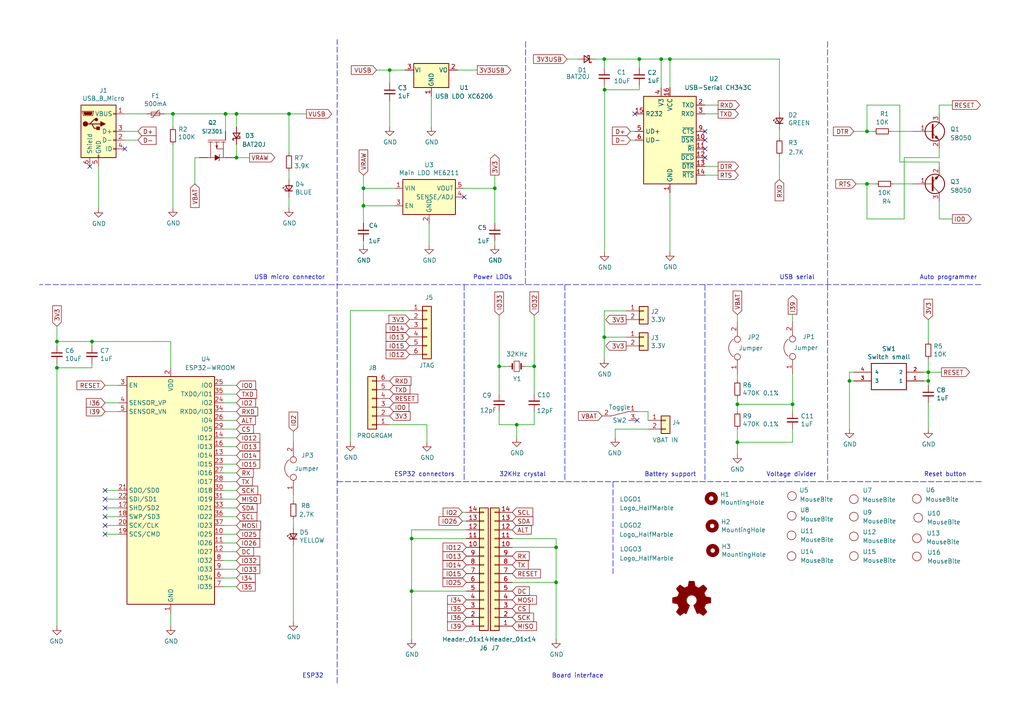
<source format=kicad_sch>
(kicad_sch (version 20230121) (generator eeschema)
  (paper "A4")
  (title_block (title "NEAToBOARD") (date "2023-02-21") (rev "L") (company "halfmarble"))
  (junction (at 143.51 54.61) (diameter 0.9144))
  (junction (at 113.03 20.32) (diameter 0.9144))
  (junction (at 194.31 17.145))
  (junction (at 191.77 17.145) (diameter 0.9144))
  (junction (at 161.29 158.75))
  (junction (at 185.42 17.145) (diameter 0.9144))
  (junction (at 175.26 17.145) (diameter 0.9144))
  (junction (at 213.87 128.27))
  (junction (at 119.38 156.21))
  (junction (at 68.58 45.72) (diameter 0.9144))
  (junction (at 269.24 107.95) (diameter 0.9144))
  (junction (at 68.58 33.02) (diameter 0.9144))
  (junction (at 119.38 171.45))
  (junction (at 175.3364 26.035))
  (junction (at 161.29 168.91) (diameter 0.9144))
  (junction (at 175.26 97.79) (diameter 0.9144))
  (junction (at 154.94 106.26) (diameter 0.9144))
  (junction (at 50.165 33.02) (diameter 0.9144))
  (junction (at 16.51 99.06) (diameter 0.9144))
  (junction (at 213.87 117.2577))
  (junction (at 251.46 53.34) (diameter 0.9144))
  (junction (at 83.82 33.02))
  (junction (at 105.41 59.69) (diameter 0.9144))
  (junction (at 149.86 123.19) (diameter 0.9144))
  (junction (at 144.78 106.26) (diameter 0.9144))
  (junction (at 105.41 54.61) (diameter 0.9144))
  (junction (at 246.38 110.49) (diameter 0.9144))
  (junction (at 269.24 110.49) (diameter 0.9144))
  (junction (at 229.87 117.2577))
  (junction (at 251.46 38.1) (diameter 0.9144))
  (junction (at 65.405 33.02) (diameter 0.9144))
  (junction (at 16.51 106.68) (diameter 0.9144))
  (junction (at 26.67 99.06) (diameter 0.9144))
  (no_connect (at 36.195 43.18))
  (no_connect (at 204.47 45.72))
  (no_connect (at 30.48 147.32))
  (no_connect (at 30.48 144.78))
  (no_connect (at 30.48 142.24))
  (no_connect (at 30.48 154.94))
  (no_connect (at 30.48 149.86))
  (no_connect (at 30.48 152.4))
  (no_connect (at 184.785 121.92))
  (no_connect (at 204.47 43.18))
  (no_connect (at 184.15 33.02))
  (no_connect (at 204.47 38.1))
  (no_connect (at 26.035 48.26))
  (no_connect (at 204.47 40.64))
  (no_connect (at 134.62 57.15))
  (wire (pts (xy 64.77 152.4) (xy 68.58 152.4)))
  (wire (pts (xy 68.58 45.72) (xy 72.39 45.72)))
  (wire (pts (xy 85.09 150.495) (xy 85.09 153.035)))
  (wire (pts (xy 229.87 117.2577) (xy 229.87 119.3177)))
  (wire (pts (xy 68.58 45.72) (xy 67.945 45.72)))
  (wire (pts (xy 135.255 156.21) (xy 119.38 156.21)))
  (polyline (pts (xy 240.03 12.065) (xy 240.03 82.55)) (stroke (width 0) (type dash)))
  (polyline (pts (xy 152.4409 12.065) (xy 152.4 82.55)) (stroke (width 0) (type dash)))
  (wire (pts (xy 64.77 132.08) (xy 68.58 132.08)))
  (wire (pts (xy 65.405 38.1) (xy 65.405 33.02)))
  (polyline (pts (xy 163.83 82.55) (xy 163.83 139.7)) (stroke (width 0) (type dash)))
  (wire (pts (xy 50.165 60.325) (xy 50.165 41.91)))
  (wire (pts (xy 194.31 17.145) (xy 226.0669 17.145)))
  (wire (pts (xy 68.58 116.84) (xy 64.77 116.84)))
  (wire (pts (xy 16.51 106.68) (xy 16.51 181.61)))
  (wire (pts (xy 40.005 38.1) (xy 36.195 38.1)))
  (wire (pts (xy 182.88 38.1) (xy 184.15 38.1)))
  (wire (pts (xy 213.87 124.3977) (xy 213.87 128.27)))
  (wire (pts (xy 226.0669 37.5795) (xy 226.0669 40.1195)))
  (wire (pts (xy 65.405 33.02) (xy 50.165 33.02)))
  (wire (pts (xy 272.415 58.42) (xy 272.415 63.5)))
  (wire (pts (xy 28.575 48.26) (xy 28.575 60.4708)))
  (wire (pts (xy 16.51 106.68) (xy 16.51 105.41)))
  (wire (pts (xy 194.31 25.4) (xy 194.31 17.145)))
  (wire (pts (xy 185.42 17.145) (xy 191.77 17.145)))
  (wire (pts (xy 194.31 17.145) (xy 191.77 17.145)))
  (wire (pts (xy 175.26 17.145) (xy 185.42 17.145)))
  (wire (pts (xy 36.195 33.02) (xy 42.545 33.02)))
  (wire (pts (xy 26.67 99.06) (xy 49.53 99.06)))
  (wire (pts (xy 113.03 29.21) (xy 113.03 36.83)))
  (wire (pts (xy 272.415 30.48) (xy 272.415 33.02)))
  (wire (pts (xy 260.985 30.48) (xy 260.985 46.99)))
  (wire (pts (xy 68.58 144.78) (xy 64.77 144.78)))
  (wire (pts (xy 213.87 128.27) (xy 213.87 131.7577)))
  (wire (pts (xy 251.46 38.1) (xy 251.46 30.48)))
  (wire (pts (xy 64.77 111.76) (xy 68.58 111.76)))
  (wire (pts (xy 64.77 137.16) (xy 68.58 137.16)))
  (wire (pts (xy 30.48 154.94) (xy 34.29 154.94)))
  (wire (pts (xy 68.58 160.02) (xy 64.77 160.02)))
  (wire (pts (xy 182.88 40.64) (xy 184.15 40.64)))
  (wire (pts (xy 143.51 69.85) (xy 143.51 71.12)))
  (wire (pts (xy 161.29 158.75) (xy 161.29 168.91)))
  (wire (pts (xy 148.59 158.75) (xy 161.29 158.75)))
  (wire (pts (xy 251.46 38.1) (xy 253.365 38.1)))
  (wire (pts (xy 194.31 55.88) (xy 194.31 73.025)))
  (wire (pts (xy 246.38 107.95) (xy 246.38 110.49)))
  (wire (pts (xy 68.58 154.94) (xy 64.77 154.94)))
  (wire (pts (xy 175.26 90.17) (xy 175.26 97.79)))
  (wire (pts (xy 175.3364 26.035) (xy 175.26 26.035)))
  (polyline (pts (xy 240.03 82.55) (xy 240.03 139.7)) (stroke (width 0) (type dash)))
  (wire (pts (xy 30.48 149.86) (xy 34.29 149.86)))
  (wire (pts (xy 208.28 33.02) (xy 204.47 33.02)))
  (wire (pts (xy 144.78 91.44) (xy 144.78 106.26)))
  (wire (pts (xy 226.0669 45.1995) (xy 226.0669 48.3174)))
  (wire (pts (xy 64.77 147.32) (xy 68.58 147.32)))
  (wire (pts (xy 185.42 26.035) (xy 175.3364 26.035)))
  (wire (pts (xy 269.24 107.95) (xy 267.97 107.95)))
  (wire (pts (xy 68.58 36.83) (xy 68.58 33.02)))
  (wire (pts (xy 68.58 41.91) (xy 68.58 45.72)))
  (wire (pts (xy 269.24 116.84) (xy 269.24 124.46)))
  (wire (pts (xy 134.0903 148.59) (xy 134.0903 148.6023)))
  (wire (pts (xy 147.32 106.26) (xy 144.78 106.26)))
  (wire (pts (xy 85.09 125.095) (xy 85.09 128.27)))
  (wire (pts (xy 269.24 110.49) (xy 269.24 111.76)))
  (wire (pts (xy 64.77 114.3) (xy 68.58 114.3)))
  (wire (pts (xy 105.41 54.61) (xy 114.3 54.61)))
  (wire (pts (xy 247.65 107.95) (xy 246.38 107.95)))
  (wire (pts (xy 181.61 90.17) (xy 175.26 90.17)))
  (wire (pts (xy 135.255 151.13) (xy 134.095 151.13)))
  (wire (pts (xy 50.165 36.83) (xy 50.165 33.02)))
  (wire (pts (xy 229.87 128.27) (xy 213.87 128.27)))
  (wire (pts (xy 143.51 50.8) (xy 143.51 54.61)))
  (wire (pts (xy 269.24 104.14) (xy 269.24 107.95)))
  (wire (pts (xy 161.29 168.91) (xy 161.29 185.42)))
  (wire (pts (xy 49.53 99.06) (xy 49.53 106.68)))
  (wire (pts (xy 64.77 142.24) (xy 68.58 142.24)))
  (wire (pts (xy 64.77 127) (xy 68.58 127)))
  (wire (pts (xy 34.29 116.84) (xy 30.48 116.84)))
  (wire (pts (xy 68.58 119.38) (xy 64.77 119.38)))
  (wire (pts (xy 64.77 157.48) (xy 68.58 157.48)))
  (wire (pts (xy 178.435 124.46) (xy 187.96 124.46)))
  (wire (pts (xy 83.82 33.02) (xy 88.9 33.02)))
  (wire (pts (xy 83.82 57.15) (xy 83.82 60.325)))
  (wire (pts (xy 124.46 64.77) (xy 124.46 71.12)))
  (wire (pts (xy 260.985 30.48) (xy 251.46 30.48)))
  (wire (pts (xy 68.58 149.86) (xy 64.77 149.86)))
  (wire (pts (xy 154.94 119.38) (xy 154.94 123.19)))
  (wire (pts (xy 175.3364 26.035) (xy 175.3364 73.1414)))
  (wire (pts (xy 57.785 45.72) (xy 56.515 45.72)))
  (wire (pts (xy 119.38 153.67) (xy 119.38 156.21)))
  (wire (pts (xy 135.255 148.59) (xy 134.0903 148.59)))
  (wire (pts (xy 262.255 45.72) (xy 272.415 45.72)))
  (wire (pts (xy 247.65 110.49) (xy 246.38 110.49)))
  (wire (pts (xy 134.62 54.61) (xy 143.51 54.61)))
  (wire (pts (xy 213.87 91.2577) (xy 213.87 93.3377)))
  (wire (pts (xy 101.6 90.1077) (xy 101.6 128.27)))
  (wire (pts (xy 118.745 90.1077) (xy 101.6 90.1077)))
  (wire (pts (xy 68.58 134.62) (xy 64.77 134.62)))
  (wire (pts (xy 208.28 50.8) (xy 204.47 50.8)))
  (wire (pts (xy 264.795 38.1) (xy 258.445 38.1)))
  (wire (pts (xy 260.985 46.99) (xy 272.415 46.99)))
  (wire (pts (xy 85.09 158.115) (xy 85.09 180.34)))
  (polyline (pts (xy 204.47 82.55) (xy 204.47 139.7)) (stroke (width 0) (type dash)))
  (wire (pts (xy 119.38 171.45) (xy 119.38 185.42)))
  (wire (pts (xy 26.67 106.68) (xy 16.51 106.68)))
  (wire (pts (xy 34.29 147.32) (xy 30.48 147.32)))
  (polyline (pts (xy 97.79 139.7) (xy 285.115 139.7)) (stroke (width 0) (type dash)))
  (polyline (pts (xy 134.62 82.55) (xy 134.62 139.7)) (stroke (width 0) (type dash)))
  (wire (pts (xy 26.67 105.41) (xy 26.67 106.68)))
  (wire (pts (xy 172.72 17.145) (xy 175.26 17.145)))
  (wire (pts (xy 132.715 20.32) (xy 138.43 20.32)))
  (wire (pts (xy 113.03 20.32) (xy 117.475 20.32)))
  (wire (pts (xy 109.22 20.32) (xy 113.03 20.32)))
  (wire (pts (xy 187.96 121.92) (xy 187.96 119.38)))
  (wire (pts (xy 187.96 119.38) (xy 184.785 119.38)))
  (wire (pts (xy 269.24 107.95) (xy 269.24 110.49)))
  (wire (pts (xy 178.435 124.46) (xy 178.435 127)))
  (wire (pts (xy 148.59 156.21) (xy 161.29 156.21)))
  (wire (pts (xy 161.29 156.21) (xy 161.29 158.75)))
  (wire (pts (xy 272.415 63.5) (xy 276.225 63.5)))
  (wire (pts (xy 34.29 152.4) (xy 30.48 152.4)))
  (wire (pts (xy 64.77 162.56) (xy 68.58 162.56)))
  (wire (pts (xy 229.87 108.4777) (xy 229.87 117.2577)))
  (wire (pts (xy 267.97 110.49) (xy 269.24 110.49)))
  (wire (pts (xy 181.61 97.79) (xy 175.26 97.79)))
  (wire (pts (xy 185.42 24.765) (xy 185.42 26.035)))
  (wire (pts (xy 272.415 45.72) (xy 272.415 43.18)))
  (wire (pts (xy 30.48 111.76) (xy 34.29 111.76)))
  (wire (pts (xy 226.0669 17.145) (xy 226.0669 32.4995)))
  (wire (pts (xy 134.095 151.13) (xy 134.095 151.12)))
  (wire (pts (xy 149.86 127) (xy 149.86 123.19)))
  (wire (pts (xy 123.825 123.19) (xy 113.03 123.19)))
  (wire (pts (xy 152.4 106.26) (xy 154.94 106.26)))
  (wire (pts (xy 143.51 64.77) (xy 143.51 54.61)))
  (wire (pts (xy 229.87 124.3977) (xy 229.87 128.27)))
  (polyline (pts (xy 177.8 139.7) (xy 177.8 166.37)) (stroke (width 0) (type dash)))
  (wire (pts (xy 68.58 170.18) (xy 64.77 170.18)))
  (wire (pts (xy 149.86 123.19) (xy 144.78 123.19)))
  (wire (pts (xy 68.58 33.02) (xy 83.82 33.02)))
  (wire (pts (xy 185.42 17.145) (xy 185.42 19.685)))
  (wire (pts (xy 119.38 171.45) (xy 135.255 171.45)))
  (wire (pts (xy 105.41 59.69) (xy 114.3 59.69)))
  (wire (pts (xy 144.78 119.38) (xy 144.78 123.19)))
  (wire (pts (xy 36.195 40.64) (xy 40.005 40.64)))
  (wire (pts (xy 164.465 17.145) (xy 167.64 17.145)))
  (wire (pts (xy 16.51 94.615) (xy 16.51 99.06)))
  (wire (pts (xy 144.78 106.26) (xy 144.78 114.3)))
  (wire (pts (xy 248.285 53.34) (xy 251.46 53.34)))
  (wire (pts (xy 56.515 45.72) (xy 56.515 53.34)))
  (wire (pts (xy 119.38 153.67) (xy 135.255 153.67)))
  (wire (pts (xy 148.59 168.91) (xy 161.29 168.91)))
  (wire (pts (xy 154.94 123.19) (xy 149.86 123.19)))
  (wire (pts (xy 213.87 108.5777) (xy 213.87 110.3177)))
  (wire (pts (xy 175.26 97.79) (xy 175.26 104.14)))
  (wire (pts (xy 105.41 54.61) (xy 105.41 59.69)))
  (wire (pts (xy 105.41 59.69) (xy 105.41 64.77)))
  (wire (pts (xy 85.09 143.51) (xy 85.09 145.415)))
  (wire (pts (xy 68.58 124.46) (xy 64.77 124.46)))
  (wire (pts (xy 68.58 139.7) (xy 64.77 139.7)))
  (wire (pts (xy 30.48 144.78) (xy 34.29 144.78)))
  (wire (pts (xy 154.94 106.26) (xy 154.94 114.3)))
  (wire (pts (xy 64.77 165.1) (xy 68.58 165.1)))
  (wire (pts (xy 105.41 50.8) (xy 105.41 54.61)))
  (wire (pts (xy 259.08 53.34) (xy 264.795 53.34)))
  (wire (pts (xy 213.87 117.2577) (xy 213.87 119.3177)))
  (wire (pts (xy 229.87 91.1577) (xy 229.87 93.2377)))
  (wire (pts (xy 47.625 33.02) (xy 50.165 33.02)))
  (wire (pts (xy 269.24 92.71) (xy 269.24 99.06)))
  (wire (pts (xy 213.87 115.3977) (xy 213.87 117.2577)))
  (wire (pts (xy 251.46 53.34) (xy 251.46 63.5)))
  (wire (pts (xy 64.77 121.92) (xy 68.58 121.92)))
  (wire (pts (xy 83.82 49.53) (xy 83.82 52.07)))
  (wire (pts (xy 154.94 91.44) (xy 154.94 106.26)))
  (wire (pts (xy 247.65 38.1) (xy 251.46 38.1)))
  (wire (pts (xy 125.095 27.94) (xy 125.095 36.83)))
  (wire (pts (xy 276.225 30.48) (xy 272.415 30.48)))
  (wire (pts (xy 119.38 156.21) (xy 119.38 171.45)))
  (wire (pts (xy 226.0669 48.3174) (xy 226.06 52.07)))
  (wire (pts (xy 273.05 107.95) (xy 269.24 107.95)))
  (wire (pts (xy 105.41 71.12) (xy 105.41 69.85)))
  (wire (pts (xy 26.67 99.06) (xy 16.51 99.06)))
  (wire (pts (xy 16.51 99.06) (xy 16.51 100.33)))
  (wire (pts (xy 262.255 63.5) (xy 251.46 63.5)))
  (wire (pts (xy 83.82 33.02) (xy 83.82 44.45)))
  (wire (pts (xy 113.03 20.32) (xy 113.03 24.13)))
  (wire (pts (xy 213.87 117.2577) (xy 229.87 117.2577)))
  (wire (pts (xy 251.46 53.34) (xy 254 53.34)))
  (wire (pts (xy 208.28 30.48) (xy 204.47 30.48)))
  (wire (pts (xy 30.48 119.38) (xy 34.29 119.38)))
  (wire (pts (xy 26.67 99.06) (xy 26.67 100.33)))
  (wire (pts (xy 34.29 142.24) (xy 30.48 142.24)))
  (wire (pts (xy 262.255 45.72) (xy 262.255 63.5)))
  (wire (pts (xy 272.415 46.99) (xy 272.415 48.26)))
  (polyline (pts (xy 284.48 82.55) (xy 11.43 82.55)) (stroke (width 0.1524) (type dash)))
  (wire (pts (xy 246.38 110.49) (xy 246.38 124.46)))
  (wire (pts (xy 175.26 17.145) (xy 175.26 19.685)))
  (wire (pts (xy 175.26 24.765) (xy 175.26 26.035)))
  (wire (pts (xy 49.53 177.8) (xy 49.53 181.61)))
  (wire (pts (xy 64.77 167.64) (xy 68.58 167.64)))
  (wire (pts (xy 68.58 33.02) (xy 65.405 33.02)))
  (wire (pts (xy 204.47 48.26) (xy 208.28 48.26)))
  (wire (pts (xy 123.825 128.3323) (xy 123.825 123.19)))
  (polyline (pts (xy 97.79 198.12) (xy 97.79 11.43)) (stroke (width 0) (type dash)))
  (wire (pts (xy 68.58 129.54) (xy 64.77 129.54)))
  (wire (pts (xy 191.77 17.145) (xy 191.77 25.4)))
  (text "Voltage divider" (at 222.25 138.43 0) (effects (font (size 1.27 1.27)) (justify left bottom)))
  (text "Board interface" (at 160.02 196.85 0) (effects (font (size 1.27 1.27)) (justify left bottom)))
  (text "Battery support" (at 201.93 138.43 0) (effects (font (size 1.27 1.27)) (justify right bottom)))
  (text "Reset button" (at 267.97 138.43 0) (effects (font (size 1.27 1.27)) (justify left bottom)))
  (text "32KHz crystal" (at 144.78 138.43 0) (effects (font (size 1.27 1.27)) (justify left bottom)))
  (text "ESP32" (at 87.63 196.85 0) (effects (font (size 1.27 1.27)) (justify left bottom)))
  (text "Auto programmer" (at 266.7 81.28 0) (effects (font (size 1.27 1.27)) (justify left bottom)))
  (text "Power LDOs" (at 137.16 81.28 0) (effects (font (size 1.27 1.27)) (justify left bottom)))
  (text "USB serial" (at 226.06 81.28 0) (effects (font (size 1.27 1.27)) (justify left bottom)))
  (text "ESP32 connectors" (at 114.3 138.43 0) (effects (font (size 1.27 1.27)) (justify left bottom)))
  (text "USB micro connector" (at 73.66 81.28 0) (effects (font (size 1.27 1.27)) (justify left bottom)))
  (global_label "IO13" (shape input) (at 118.745 97.7277 180) (property "Intersheetrefs" "${INTERSHEET_REFS}" (effects hide)))
  (global_label "DTR" (shape output) (at 208.28 48.26 0) (property "Intersheetrefs" "${INTERSHEET_REFS}" (effects hide)))
  (global_label "I39" (shape input) (at 30.48 119.38 180) (property "Intersheetrefs" "${INTERSHEET_REFS}" (effects hide)))
  (global_label "CS" (shape input) (at 148.59 176.53 0) (property "Intersheetrefs" "${INTERSHEET_REFS}" (effects hide)))
  (global_label "VRAW" (shape input) (at 105.41 50.8 90) (property "Intersheetrefs" "${INTERSHEET_REFS}" (effects hide)))
  (global_label "RX" (shape input) (at 148.59 161.29 0) (property "Intersheetrefs" "${INTERSHEET_REFS}" (effects hide)))
  (global_label "TXD" (shape input) (at 113.03 113.03 0) (property "Intersheetrefs" "${INTERSHEET_REFS}" (effects hide)))
  (global_label "IO14" (shape input) (at 135.255 163.83 180) (property "Intersheetrefs" "${INTERSHEET_REFS}" (effects hide)))
  (global_label "IO0" (shape input) (at 68.58 111.76 0) (property "Intersheetrefs" "${INTERSHEET_REFS}" (effects hide)))
  (global_label "IO14" (shape input) (at 68.58 132.08 0) (property "Intersheetrefs" "${INTERSHEET_REFS}" (effects hide)))
  (global_label "IO25" (shape input) (at 68.58 154.94 0) (property "Intersheetrefs" "${INTERSHEET_REFS}" (effects hide)))
  (global_label "DTR" (shape input) (at 247.65 38.1 180) (property "Intersheetrefs" "${INTERSHEET_REFS}" (effects hide)))
  (global_label "RTS" (shape output) (at 208.28 50.8 0) (property "Intersheetrefs" "${INTERSHEET_REFS}" (effects hide)))
  (global_label "SCL" (shape input) (at 68.58 149.86 0) (property "Intersheetrefs" "${INTERSHEET_REFS}" (effects hide)))
  (global_label "TX" (shape input) (at 68.58 139.7 0) (property "Intersheetrefs" "${INTERSHEET_REFS}" (effects hide)))
  (global_label "DC" (shape input) (at 148.59 171.45 0) (property "Intersheetrefs" "${INTERSHEET_REFS}" (effects hide)))
  (global_label "3V3" (shape output) (at 181.61 92.71 180) (property "Intersheetrefs" "${INTERSHEET_REFS}" (effects hide)))
  (global_label "3V3" (shape output) (at 143.51 50.8 90) (property "Intersheetrefs" "${INTERSHEET_REFS}" (effects hide)))
  (global_label "RESET" (shape input) (at 113.03 115.57 0) (property "Intersheetrefs" "${INTERSHEET_REFS}" (effects hide)))
  (global_label "RESET" (shape output) (at 276.225 30.48 0) (property "Intersheetrefs" "${INTERSHEET_REFS}" (effects hide)))
  (global_label "MISO" (shape input) (at 68.58 144.78 0) (property "Intersheetrefs" "${INTERSHEET_REFS}" (effects hide)))
  (global_label "MOSI" (shape input) (at 148.59 173.99 0) (property "Intersheetrefs" "${INTERSHEET_REFS}" (effects hide)))
  (global_label "VUSB" (shape input) (at 109.22 20.32 180) (property "Intersheetrefs" "${INTERSHEET_REFS}" (effects hide)))
  (global_label "I34" (shape input) (at 68.58 167.64 0) (property "Intersheetrefs" "${INTERSHEET_REFS}" (effects hide)))
  (global_label "IO2" (shape input) (at 134.0903 148.6023 180) (property "Intersheetrefs" "${INTERSHEET_REFS}" (effects hide)))
  (global_label "I35" (shape input) (at 135.255 176.53 180) (property "Intersheetrefs" "${INTERSHEET_REFS}" (effects hide)))
  (global_label "IO15" (shape input) (at 135.255 166.37 180) (property "Intersheetrefs" "${INTERSHEET_REFS}" (effects hide)))
  (global_label "3V3USB" (shape input) (at 164.465 17.145 180) (property "Intersheetrefs" "${INTERSHEET_REFS}" (effects hide)))
  (global_label "RXD" (shape input) (at 68.58 119.38 0) (property "Intersheetrefs" "${INTERSHEET_REFS}" (effects hide)))
  (global_label "RTS" (shape input) (at 248.285 53.34 180) (property "Intersheetrefs" "${INTERSHEET_REFS}" (effects hide)))
  (global_label "D+" (shape input) (at 182.88 38.1 180) (property "Intersheetrefs" "${INTERSHEET_REFS}" (effects hide)))
  (global_label "IO32" (shape input) (at 68.58 162.56 0) (property "Intersheetrefs" "${INTERSHEET_REFS}" (effects hide)))
  (global_label "TX" (shape input) (at 148.59 163.83 0) (property "Intersheetrefs" "${INTERSHEET_REFS}" (effects hide)))
  (global_label "MOSI" (shape input) (at 68.58 152.4 0) (property "Intersheetrefs" "${INTERSHEET_REFS}" (effects hide)))
  (global_label "IO14" (shape input) (at 118.745 95.1877 180) (property "Intersheetrefs" "${INTERSHEET_REFS}" (effects hide)))
  (global_label "I36" (shape input) (at 30.48 116.84 180) (property "Intersheetrefs" "${INTERSHEET_REFS}" (effects hide)))
  (global_label "I35" (shape input) (at 68.58 170.18 0) (property "Intersheetrefs" "${INTERSHEET_REFS}" (effects hide)))
  (global_label "TXD" (shape input) (at 68.58 114.3 0) (property "Intersheetrefs" "${INTERSHEET_REFS}" (effects hide)))
  (global_label "3V3" (shape input) (at 113.03 120.65 0) (property "Intersheetrefs" "${INTERSHEET_REFS}" (effects hide)))
  (global_label "3V3" (shape input) (at 118.745 92.6477 180) (property "Intersheetrefs" "${INTERSHEET_REFS}" (effects hide)))
  (global_label "VBAT" (shape input) (at 56.515 53.34 270) (property "Intersheetrefs" "${INTERSHEET_REFS}" (effects hide)))
  (global_label "SDA" (shape input) (at 68.58 147.32 0) (property "Intersheetrefs" "${INTERSHEET_REFS}" (effects hide)))
  (global_label "3V3" (shape input) (at 269.24 92.71 90) (property "Intersheetrefs" "${INTERSHEET_REFS}" (effects hide)))
  (global_label "DC" (shape input) (at 68.58 160.02 0) (property "Intersheetrefs" "${INTERSHEET_REFS}" (effects hide)))
  (global_label "VBAT" (shape input) (at 174.625 120.65 180) (property "Intersheetrefs" "${INTERSHEET_REFS}" (effects hide)))
  (global_label "SCK" (shape input) (at 148.59 179.07 0) (property "Intersheetrefs" "${INTERSHEET_REFS}" (effects hide)))
  (global_label "RESET" (shape output) (at 273.05 107.95 0) (property "Intersheetrefs" "${INTERSHEET_REFS}" (effects hide)))
  (global_label "IO13" (shape input) (at 135.255 161.29 180) (property "Intersheetrefs" "${INTERSHEET_REFS}" (effects hide)))
  (global_label "IO0" (shape output) (at 276.225 63.5 0) (property "Intersheetrefs" "${INTERSHEET_REFS}" (effects hide)))
  (global_label "SCL" (shape input) (at 148.59 148.59 0) (property "Intersheetrefs" "${INTERSHEET_REFS}" (effects hide)))
  (global_label "IO12" (shape input) (at 118.745 102.8077 180) (property "Intersheetrefs" "${INTERSHEET_REFS}" (effects hide)))
  (global_label "D-" (shape input) (at 182.88 40.64 180) (property "Intersheetrefs" "${INTERSHEET_REFS}" (effects hide)))
  (global_label "IO12" (shape input) (at 68.58 127 0) (property "Intersheetrefs" "${INTERSHEET_REFS}" (effects hide)))
  (global_label "I39" (shape output) (at 229.87 91.1577 90) (property "Intersheetrefs" "${INTERSHEET_REFS}" (effects hide)))
  (global_label "CS" (shape input) (at 68.58 124.46 0) (property "Intersheetrefs" "${INTERSHEET_REFS}" (effects hide)))
  (global_label "IO32" (shape input) (at 154.94 91.44 90) (property "Intersheetrefs" "${INTERSHEET_REFS}" (effects hide)))
  (global_label "IO26" (shape input) (at 134.095 151.12 180) (property "Intersheetrefs" "${INTERSHEET_REFS}" (effects hide)))
  (global_label "I36" (shape input) (at 135.255 179.07 180) (property "Intersheetrefs" "${INTERSHEET_REFS}" (effects hide)))
  (global_label "D-" (shape input) (at 40.005 40.64 0) (property "Intersheetrefs" "${INTERSHEET_REFS}" (effects hide)))
  (global_label "RESET" (shape input) (at 148.59 166.37 0) (property "Intersheetrefs" "${INTERSHEET_REFS}" (effects hide)))
  (global_label "ALT" (shape input) (at 68.58 121.92 0) (property "Intersheetrefs" "${INTERSHEET_REFS}" (effects hide)))
  (global_label "RESET" (shape input) (at 30.48 111.76 180) (property "Intersheetrefs" "${INTERSHEET_REFS}" (effects hide)))
  (global_label "RX" (shape input) (at 68.58 137.16 0) (property "Intersheetrefs" "${INTERSHEET_REFS}" (effects hide)))
  (global_label "IO25" (shape input) (at 135.255 168.91 180) (property "Intersheetrefs" "${INTERSHEET_REFS}" (effects hide)))
  (global_label "IO12" (shape input) (at 135.255 158.75 180) (property "Intersheetrefs" "${INTERSHEET_REFS}" (effects hide)))
  (global_label "D+" (shape input) (at 40.005 38.1 0) (property "Intersheetrefs" "${INTERSHEET_REFS}" (effects hide)))
  (global_label "TXD" (shape output) (at 208.28 33.02 0) (property "Intersheetrefs" "${INTERSHEET_REFS}" (effects hide)))
  (global_label "3V3" (shape output) (at 181.61 100.33 180) (property "Intersheetrefs" "${INTERSHEET_REFS}" (effects hide)))
  (global_label "IO33" (shape input) (at 68.58 165.1 0) (property "Intersheetrefs" "${INTERSHEET_REFS}" (effects hide)))
  (global_label "IO2" (shape input) (at 68.58 116.84 0) (property "Intersheetrefs" "${INTERSHEET_REFS}" (effects hide)))
  (global_label "IO2" (shape input) (at 85.09 125.095 90) (property "Intersheetrefs" "${INTERSHEET_REFS}" (effects hide)))
  (global_label "VUSB" (shape output) (at 88.9 33.02 0) (property "Intersheetrefs" "${INTERSHEET_REFS}" (effects hide)))
  (global_label "MISO" (shape input) (at 148.59 181.61 0) (property "Intersheetrefs" "${INTERSHEET_REFS}" (effects hide)))
  (global_label "IO26" (shape input) (at 68.58 157.48 0) (property "Intersheetrefs" "${INTERSHEET_REFS}" (effects hide)))
  (global_label "VRAW" (shape output) (at 72.39 45.72 0) (property "Intersheetrefs" "${INTERSHEET_REFS}" (effects hide)))
  (global_label "3V3" (shape input) (at 16.51 94.615 90) (property "Intersheetrefs" "${INTERSHEET_REFS}" (effects hide)))
  (global_label "I39" (shape input) (at 135.255 181.61 180) (property "Intersheetrefs" "${INTERSHEET_REFS}" (effects hide)))
  (global_label "IO15" (shape input) (at 68.58 134.62 0) (property "Intersheetrefs" "${INTERSHEET_REFS}" (effects hide)))
  (global_label "VBAT" (shape input) (at 213.87 91.2577 90) (property "Intersheetrefs" "${INTERSHEET_REFS}" (effects hide)))
  (global_label "SDA" (shape input) (at 148.59 151.13 0) (property "Intersheetrefs" "${INTERSHEET_REFS}" (effects hide)))
  (global_label "IO33" (shape input) (at 144.78 91.44 90) (property "Intersheetrefs" "${INTERSHEET_REFS}" (effects hide)))
  (global_label "ALT" (shape input) (at 148.59 153.67 0) (property "Intersheetrefs" "${INTERSHEET_REFS}" (effects hide)))
  (global_label "IO15" (shape input) (at 118.745 100.2677 180) (property "Intersheetrefs" "${INTERSHEET_REFS}" (effects hide)))
  (global_label "I34" (shape input) (at 135.255 173.99 180) (property "Intersheetrefs" "${INTERSHEET_REFS}" (effects hide)))
  (global_label "IO13" (shape input) (at 68.58 129.54 0) (property "Intersheetrefs" "${INTERSHEET_REFS}" (effects hide)))
  (global_label "IO0" (shape input) (at 113.03 118.11 0) (property "Intersheetrefs" "${INTERSHEET_REFS}" (effects hide)))
  (global_label "SCK" (shape input) (at 68.58 142.24 0) (property "Intersheetrefs" "${INTERSHEET_REFS}" (effects hide)))
  (global_label "RXD" (shape input) (at 113.03 110.49 0) (property "Intersheetrefs" "${INTERSHEET_REFS}" (effects hide)))
  (global_label "RXD" (shape input) (at 226.06 52.07 270) (property "Intersheetrefs" "${INTERSHEET_REFS}" (effects hide)))
  (global_label "RXD" (shape output) (at 208.28 30.48 0) (property "Intersheetrefs" "${INTERSHEET_REFS}" (effects hide)))
  (global_label "3V3USB" (shape output) (at 138.43 20.32 0) (property "Intersheetrefs" "${INTERSHEET_REFS}" (effects hide)))
  (symbol (lib_id "RF_Module:ESP32-WROOM-32D") (at 49.53 142.24 0) (unit 1)
    (property "Reference" "U4" (at 59.69 104.14 0))
    (property "Value" "ESP32-WROOM" (at 60.96 106.68 0))
    (property "Footprint" "HalfMarble:ESP32-WROOM-32" (effects hide))
    (property "LCSC" "C701343" (effects hide))
    (property "MANUFACTURER_NAME" "Espressif Systems" (effects hide))
    (property "MANUFACTURER_PART_NUMBER" "ESP32-WROOM-32E-N16" (effects hide))
  )
  (symbol (lib_id "power:GND") (at 49.53 181.61 0) (unit 1)
    (property "Reference" "#PWR019" (effects hide))
    (property "Value" "GND" (at 49.657 186.0042 0))
  )
  (symbol (lib_id "Device:C_Small") (at 185.42 22.225 0) (unit 1)
    (property "Reference" "C2" (at 187.7568 21.0566 0) (effects (justify left)))
    (property "Value" "1uF" (at 187.7568 23.368 0) (effects (justify left)))
    (property "Footprint" "HalfMarble:C_0805_2012Metric_Pad1.18x1.45mm_HandSolder" (effects hide))
    (property "LCSC" "C24123" (effects hide))
    (property "MANUFACTURER_NAME" "Samsung Electro-Mechanics" (effects hide))
    (property "MANUFACTURER_PART_NUMBER" "CL21B105KOFNNNE" (effects hide))
  )
  (symbol (lib_id "Device:C_Small") (at 175.26 22.225 0) (unit 1)
    (property "Reference" "C1" (at 181.61 20.955 0) (effects (justify right)))
    (property "Value" "10uF" (at 182.88 23.495 0) (effects (justify right)))
    (property "Footprint" "HalfMarble:C_0805_2012Metric_Pad1.18x1.45mm_HandSolder" (effects hide))
    (property "LCSC" "C17024" (effects hide))
    (property "MANUFACTURER_NAME" "Samsung Electro-Mechanics" (effects hide))
    (property "MANUFACTURER_PART_NUMBER" "CL21A106KPFNNNE" (effects hide))
  )
  (symbol (lib_id "power:GND") (at 175.3364 73.1414 0) (unit 1)
    (property "Reference" "#PWR06" (effects hide))
    (property "Value" "GND" (at 175.4634 77.5356 0))
  )
  (symbol (lib_id "power:GND") (at 194.31 73.025 0) (unit 1)
    (property "Reference" "#PWR05" (effects hide))
    (property "Value" "GND" (at 194.437 77.4192 0))
  )
  (symbol (lib_id "Device:C_Small") (at 154.94 116.84 180) (unit 1)
    (property "Reference" "C10" (at 157.7112 114.5592 0))
    (property "Value" "12pF" (at 158.0693 119.1078 0))
    (property "Footprint" "HalfMarble:C_0805_2012Metric_Pad1.18x1.45mm_HandSolder" (effects hide))
    (property "LCSC" "C107108" (effects hide))
    (property "MANUFACTURER_NAME" "YAGEO" (effects hide))
    (property "MANUFACTURER_PART_NUMBER" "CC0805JRNPO9BN120" (effects hide))
  )
  (symbol (lib_id "Device:C_Small") (at 144.78 116.84 0) (unit 1)
    (property "Reference" "C9" (at 141.2163 114.6888 0))
    (property "Value" "12pF" (at 141.605 118.9782 0))
    (property "Footprint" "HalfMarble:C_0805_2012Metric_Pad1.18x1.45mm_HandSolder" (effects hide))
    (property "LCSC" "C107108" (effects hide))
    (property "MANUFACTURER_NAME" "YAGEO" (effects hide))
    (property "MANUFACTURER_PART_NUMBER" "CC0805JRNPO9BN120" (effects hide))
  )
  (symbol (lib_id "Connector_Generic:Conn_01x02") (at 193.04 121.92 0) (unit 1)
    (property "Reference" "J4" (at 194.945 122.555 0) (effects (justify left)))
    (property "Value" "VBAT IN" (at 189.23 127.635 0) (effects (justify left)))
    (property "Footprint" "HalfMarble:JST_PH_S2B-PH-K_1x02_P2.00mm_Horizontal" (effects hide))
    (property "LCSC" "C155876" (effects hide))
    (property "MANUFACTURER_NAME" "Ckmtw(Shenzhen Cankemeng)" (effects hide))
    (property "MANUFACTURER_PART_NUMBER" "C155876" (effects hide))
  )
  (symbol (lib_id "power:GND") (at 178.435 127 0) (mirror y) (unit 1)
    (property "Reference" "#PWR011" (effects hide))
    (property "Value" "GND" (at 178.308 131.3942 0))
  )
  (symbol (lib_id "power:GND") (at 149.86 127 0) (unit 1)
    (property "Reference" "#PWR016" (effects hide))
    (property "Value" "GND" (at 149.987 131.3942 0))
  )
  (symbol (lib_id "power:GND") (at 175.26 104.14 0) (unit 1)
    (property "Reference" "#PWR010" (effects hide))
    (property "Value" "GND" (at 175.387 108.5342 0))
  )
  (symbol (lib_id "power:GND") (at 16.51 181.61 0) (mirror y) (unit 1)
    (property "Reference" "#PWR018" (effects hide))
    (property "Value" "GND" (at 16.383 186.0042 0))
  )
  (symbol (lib_id "Device:C_Small") (at 26.67 102.87 0) (unit 1)
    (property "Reference" "C7" (at 29.0068 101.7016 0) (effects (justify left)))
    (property "Value" "1uF" (at 29.0068 104.013 0) (effects (justify left)))
    (property "Footprint" "HalfMarble:C_0805_2012Metric_Pad1.18x1.45mm_HandSolder" (effects hide))
    (property "LCSC" "C24123" (effects hide))
    (property "MANUFACTURER_NAME" "Samsung Electro-Mechanics" (effects hide))
    (property "MANUFACTURER_PART_NUMBER" "CL21B105KOFNNNE" (effects hide))
  )
  (symbol (lib_id "Device:C_Small") (at 16.51 102.87 0) (unit 1)
    (property "Reference" "C6" (at 18.8468 101.7016 0) (effects (justify left)))
    (property "Value" "10uF" (at 18.8468 104.013 0) (effects (justify left)))
    (property "Footprint" "HalfMarble:C_0805_2012Metric_Pad1.18x1.45mm_HandSolder" (effects hide))
    (property "LCSC" "C17024" (effects hide))
    (property "MANUFACTURER_NAME" "Samsung Electro-Mechanics" (effects hide))
    (property "MANUFACTURER_PART_NUMBER" "CL21A106KPFNNNE" (effects hide))
  )
  (symbol (lib_id "Connector_Generic:Conn_01x14") (at 140.335 166.37 0) (mirror x) (unit 1)
    (property "Reference" "J6" (at 139.065 187.96 0) (effects (justify left)))
    (property "Value" "Header_01x14" (at 128.27 185.42 0) (effects (justify left)))
    (property "Footprint" "HalfMarble:PinHeader_1x14_P2.54mm_Vertical" (effects hide))
    (property "LCSC" "C113597" (effects hide))
    (property "MANUFACTURER_NAME" "Nextron(Nextronics Engineering)" (effects hide))
    (property "MANUFACTURER_PART_NUMBER" "Z-211-4011-0021-001" (effects hide))
  )
  (symbol (lib_id "Device:LED_Small") (at 85.09 155.575 90) (unit 1)
    (property "Reference" "D5" (at 86.868 154.4066 90) (effects (justify right)))
    (property "Value" "YELLOW" (at 86.868 156.718 90) (effects (justify right)))
    (property "Footprint" "HalfMarble:LED_0805_2012Metric_Pad1.15x1.40mm_HandSolder" (effects hide))
    (property "LCSC" "C73548" (effects hide))
    (property "MANUFACTURER_NAME" "Everlight Elec" (effects hide))
    (property "MANUFACTURER_PART_NUMBER" "17-21SYGC/S530-E2/TR8" (effects hide))
  )
  (symbol (lib_id "Device:R_Small") (at 85.09 147.955 180) (unit 1)
    (property "Reference" "R8" (at 89.97 146.685 0) (effects (justify left)))
    (property "Value" "2.7K" (at 91.24 149.225 0) (effects (justify left)))
    (property "Footprint" "HalfMarble:R_0805_2012Metric_Pad1.20x1.40mm_HandSolder" (effects hide))
    (property "MANUFACTURER_NAME" "Uniroyal Elec" (effects hide))
    (property "MANUFACTURER_PART_NUMBER" "0805W8F2701T5E" (effects hide))
    (property "LCSC" "C17530" (effects hide))
  )
  (symbol (lib_id "power:GND") (at 85.09 180.34 0) (unit 1)
    (property "Reference" "#PWR013" (effects hide))
    (property "Value" "GND" (at 85.217 184.7342 0))
  )
  (symbol (lib_id "NEAToBOARD_ESP32-rescue:Jumper-Device") (at 85.09 135.89 90) (unit 1) (in_bom no)
    (property "Reference" "JP3" (at 89.1794 132.08 90))
    (property "Value" "Jumper" (at 88.9508 135.89 90))
    (property "Footprint" "HalfMarble:SolderJumper-2_P1.3mm_Bridged_Pad1.0x1.5mm_Small" (effects hide))
  )
  (symbol (lib_id "Device:Polyfuse_Small") (at 45.085 33.02 270) (unit 1)
    (property "Reference" "F1" (at 45.085 27.813 90))
    (property "Value" "500mA" (at 45.085 30.1244 90))
    (property "Footprint" "HalfMarble:Fuse_1206_3216Metric" (effects hide))
    (property "LCSC" "C369159" (effects hide))
    (property "MANUFACTURER_NAME" "Jinrui Electronic Materials Co." (effects hide))
    (property "MANUFACTURER_PART_NUMBER" "JK-NSMD050-13.2V" (effects hide))
  )
  (symbol (lib_id "Connector_Generic:Conn_01x02") (at 186.69 97.79 0) (unit 1)
    (property "Reference" "J3" (at 188.722 97.9932 0) (effects (justify left)))
    (property "Value" "3.3V" (at 188.722 100.3046 0) (effects (justify left)))
    (property "Footprint" "HalfMarble:PinHeader_1x02_P2.54mm_Vertical" (effects hide))
    (property "MANUFACTURER_NAME" "Nextron(Nextronics Engineering)" (effects hide))
    (property "LCSC" "C113597" (effects hide))
  )
  (symbol (lib_id "Connector_Generic:Conn_01x02") (at 186.69 90.17 0) (unit 1)
    (property "Reference" "J2" (at 188.722 90.3732 0) (effects (justify left)))
    (property "Value" "3.3V" (at 188.722 92.6846 0) (effects (justify left)))
    (property "Footprint" "HalfMarble:PinHeader_1x02_P2.54mm_Vertical" (effects hide))
    (property "MANUFACTURER_NAME" "Nextron(Nextronics Engineering)" (effects hide))
    (property "LCSC" "C113597" (effects hide))
  )
  (symbol (lib_id "Connector_Generic:Conn_01x06") (at 123.825 95.1877 0) (unit 1)
    (property "Reference" "J5" (at 124.46 86.2977 0))
    (property "Value" "JTAG" (at 123.825 105.9827 0))
    (property "Footprint" "HalfMarble:PinSocket_1x06_P2.54mm_Vertical" (effects hide))
    (property "LCSC" "C40877" (effects hide))
    (property "MANUFACTURER_NAME" "BOOMELE(Boom Precision Elec)" (effects hide))
  )
  (symbol (lib_id "power:GND") (at 101.6 128.27 0) (unit 1)
    (property "Reference" "#PWR022" (effects hide))
    (property "Value" "GND" (at 101.727 132.6642 0))
  )
  (symbol (lib_id "Device:Crystal_Small") (at 149.86 106.26 0) (unit 1)
    (property "Reference" "Y1" (at 148.7374 109.8826 0) (effects (justify left)))
    (property "Value" "32KHz" (at 146.8106 102.7068 0) (effects (justify left)))
    (property "Footprint" "HalfMarble:XTAL_ABS07-32.768KHZ-T" (effects hide))
    (property "LCSC" "C32346" (effects hide))
    (property "MANUFACTURER_NAME" "Seiko Epson" (effects hide))
    (property "MANUFACTURER_PART_NUMBER" "Q13FC1350000400" (effects hide))
  )
  (symbol (lib_id "PTS810SJK250SMTRLFS:PTS810SJK250SMTRLFS") (at 267.97 110.49 180) (unit 1)
    (property "Reference" "SW1" (at 257.81 101.1682 0))
    (property "Value" "Switch small" (at 257.81 103.505 0))
    (property "Footprint" "HalfMarble:PTS810SJG250SMTRLFS" (effects hide))
    (property "MANUFACTURER_NAME" "Korean Hroparts Elec" (effects hide))
    (property "MANUFACTURER_PART_NUMBER" "K2-1808SN-A4SW-01" (effects hide))
    (property "LCSC" "C92589" (effects hide))
  )
  (symbol (lib_id "Device:R_Small") (at 255.905 38.1 270) (unit 1)
    (property "Reference" "R1" (at 256.54 33.02 90))
    (property "Value" "10K" (at 255.905 35.433 90))
    (property "Footprint" "HalfMarble:R_0805_2012Metric_Pad1.20x1.40mm_HandSolder" (effects hide))
    (property "LCSC" "C17414" (effects hide))
    (property "MANUFACTURER_NAME" "Uniroyal Elec" (effects hide))
    (property "MANUFACTURER_PART_NUMBER" "0805W8F1002T5E" (effects hide))
  )
  (symbol (lib_id "Device:R_Small") (at 256.54 53.34 270) (unit 1)
    (property "Reference" "R4" (at 257.175 58.42 90))
    (property "Value" "10K" (at 256.54 55.88 90))
    (property "Footprint" "HalfMarble:R_0805_2012Metric_Pad1.20x1.40mm_HandSolder" (effects hide))
    (property "LCSC" "C17414" (effects hide))
    (property "MANUFACTURER_NAME" "Uniroyal Elec" (effects hide))
    (property "MANUFACTURER_PART_NUMBER" "0805W8F1002T5E" (effects hide))
  )
  (symbol (lib_id "Device:R_Small") (at 269.24 101.6 0) (unit 1)
    (property "Reference" "R5" (at 270.7386 100.4316 0) (effects (justify left)))
    (property "Value" "10K" (at 270.7386 102.743 0) (effects (justify left)))
    (property "Footprint" "HalfMarble:R_0805_2012Metric_Pad1.20x1.40mm_HandSolder" (effects hide))
    (property "LCSC" "C17414" (effects hide))
    (property "MANUFACTURER_NAME" "Uniroyal Elec" (effects hide))
    (property "MANUFACTURER_PART_NUMBER" "0805W8F1002T5E" (effects hide))
  )
  (symbol (lib_id "Device:C_Small") (at 269.24 114.3 0) (unit 1)
    (property "Reference" "C8" (at 271.5768 113.1316 0) (effects (justify left)))
    (property "Value" "1uF" (at 271.5768 115.443 0) (effects (justify left)))
    (property "Footprint" "HalfMarble:C_0805_2012Metric_Pad1.18x1.45mm_HandSolder" (effects hide))
    (property "LCSC" "C24123" (effects hide))
    (property "MANUFACTURER_NAME" "Samsung Electro-Mechanics" (effects hide))
    (property "MANUFACTURER_PART_NUMBER" "CL21B105KOFNNNE" (effects hide))
  )
  (symbol (lib_id "power:GND") (at 269.24 124.46 0) (unit 1)
    (property "Reference" "#PWR015" (effects hide))
    (property "Value" "GND" (at 269.367 128.8542 0))
  )
  (symbol (lib_id "power:GND") (at 246.38 124.46 0) (unit 1)
    (property "Reference" "#PWR014" (effects hide))
    (property "Value" "GND" (at 246.507 128.8542 0))
  )
  (symbol (lib_id "Device:LED_Small") (at 83.82 54.61 90) (unit 1)
    (property "Reference" "D4" (at 85.598 53.4416 90) (effects (justify right)))
    (property "Value" "BLUE" (at 85.598 55.753 90) (effects (justify right)))
    (property "Footprint" "HalfMarble:LED_0805_2012Metric_Pad1.15x1.40mm_HandSolder" (effects hide))
    (property "LCSC" "C965817" (effects hide))
    (property "MANUFACTURER_NAME" "XINGLIGHT" (effects hide))
    (property "MANUFACTURER_PART_NUMBER" "XL-2012UBC" (effects hide))
  )
  (symbol (lib_id "Device:R_Small") (at 83.82 46.99 0) (unit 1)
    (property "Reference" "R7" (at 85.3186 45.8216 0) (effects (justify left)))
    (property "Value" "3.9K" (at 85.3186 48.133 0) (effects (justify left)))
    (property "Footprint" "HalfMarble:R_0805_2012Metric_Pad1.20x1.40mm_HandSolder" (effects hide))
    (property "MANUFACTURER_NAME" "Uniroyal Elec" (effects hide))
    (property "MANUFACTURER_PART_NUMBER" "0805W8F3901T5E" (effects hide))
    (property "LCSC" "C17614" (effects hide))
  )
  (symbol (lib_id "power:GND") (at 83.82 60.325 0) (unit 1)
    (property "Reference" "#PWR012" (effects hide))
    (property "Value" "GND" (at 83.947 64.7192 0))
  )
  (symbol (lib_id "Connector:USB_B_Micro") (at 28.575 38.1 0) (unit 1)
    (property "Reference" "J1" (at 30.0228 26.2382 0))
    (property "Value" "USB_B_Micro" (at 30.0228 28.5496 0))
    (property "Footprint" "HalfMarble:USB_Micro-B_Molex-105017-0001" (effects hide))
    (property "LCSC" "C404969" (effects hide))
    (property "MANUFACTURER_NAME" "SHOU HAN" (effects hide))
    (property "MANUFACTURER_PART_NUMBER" "MicroXNJ" (effects hide))
  )
  (symbol (lib_id "power:GND") (at 50.165 60.325 0) (unit 1)
    (property "Reference" "#PWR04" (effects hide))
    (property "Value" "GND" (at 50.292 64.7192 0))
  )
  (symbol (lib_id "Device:R_Small") (at 50.165 39.37 180) (unit 1)
    (property "Reference" "R2" (at 54.4271 37.5157 0) (effects (justify left)))
    (property "Value" "100K" (at 56.7088 39.7282 0) (effects (justify left)))
    (property "Footprint" "HalfMarble:R_0805_2012Metric_Pad1.20x1.40mm_HandSolder" (effects hide))
    (property "LCSC" "C25611" (effects hide))
    (property "MANUFACTURER_NAME" "Uniroyal Elec" (effects hide))
    (property "MANUFACTURER_PART_NUMBER" "0805W8J0104T5E" (effects hide))
  )
  (symbol (lib_id "Device:C_Small") (at 105.41 67.31 180) (unit 1)
    (property "Reference" "C4" (at 109.6305 65.4159 0) (effects (justify left)))
    (property "Value" "1uF" (at 110.49 69.85 0) (effects (justify left)))
    (property "Footprint" "HalfMarble:C_0805_2012Metric_Pad1.18x1.45mm_HandSolder" (effects hide))
    (property "LCSC" "C24123" (effects hide))
    (property "MANUFACTURER_NAME" "Samsung Electro-Mechanics" (effects hide))
    (property "MANUFACTURER_PART_NUMBER" "CL21B105KOFNNNE" (effects hide))
  )
  (symbol (lib_id "power:GND") (at 105.41 71.12 0) (unit 1)
    (property "Reference" "#PWR07" (effects hide))
    (property "Value" "GND" (at 105.537 75.5142 0))
  )
  (symbol (lib_id "Regulator_Linear:ADP7142AUJZ-3.3") (at 124.46 57.15 0) (unit 1)
    (property "Reference" "U3" (at 124.46 47.8282 0))
    (property "Value" "Main LDO ME6211" (at 124.46 50.1396 0))
    (property "Footprint" "HalfMarble:SOT-23-5" (effects hide))
    (property "LCSC" "C82942" (effects hide))
    (property "MANUFACTURER_NAME" "MICRONE(Nanjing Micro One Elec)" (effects hide))
    (property "MANUFACTURER_PART_NUMBER" "ME6211C33M5G-N " (effects hide))
  )
  (symbol (lib_id "Device:D_Schottky_Small") (at 68.58 39.37 90) (unit 1)
    (property "Reference" "D3" (at 72.39 39.37 90))
    (property "Value" "BAT20J" (at 73.66 41.91 90))
    (property "Footprint" "HalfMarble:D_SOD-123" (effects hide))
    (property "LCSC" "C8598" (effects hide))
    (property "MANUFACTURER_NAME" "Changjiang Electronics Tech (CJ)" (effects hide))
    (property "MANUFACTURER_PART_NUMBER" "B5819W" (effects hide))
  )
  (symbol (lib_id "power:GND") (at 124.46 71.12 0) (unit 1)
    (property "Reference" "#PWR08" (effects hide))
    (property "Value" "GND" (at 124.587 75.5142 0))
  )
  (symbol (lib_id "NEAToBOARD_ESP32-rescue:MOSFET_PCH-SI2309DS-SparkFun-DiscreteSemi") (at 62.865 43.18 90) (mirror x) (unit 1)
    (property "Reference" "Q2" (at 61.595 35.56 90) (effects (font (size 1.143 1.143))))
    (property "Value" "Si2301" (at 61.595 38.1 90) (effects (font (size 1.143 1.143))))
    (property "Footprint" "HalfMarble:SOT-23" (effects hide))
    (property "LCSC" "C10487" (effects hide))
    (property "MANUFACTURER_NAME" "Vishay Intertech" (effects hide))
    (property "MANUFACTURER_PART_NUMBER" "SI2301CDS-T1-GE3" (effects hide))
  )
  (symbol (lib_id "Device:C_Small") (at 143.51 67.31 0) (unit 1)
    (property "Reference" "C5" (at 138.5314 66.0381 0) (effects (justify left)))
    (property "Value" "1uF" (at 138.43 69.85 0) (effects (justify left)))
    (property "Footprint" "HalfMarble:C_0805_2012Metric_Pad1.18x1.45mm_HandSolder" (effects hide))
    (property "LCSC" "C24123" (effects hide))
    (property "MANUFACTURER_NAME" "Samsung Electro-Mechanics" (effects hide))
    (property "MANUFACTURER_PART_NUMBER" "CL21B105KOFNNNE" (effects hide))
  )
  (symbol (lib_id "power:GND") (at 143.51 71.12 0) (unit 1)
    (property "Reference" "#PWR09" (effects hide))
    (property "Value" "GND" (at 143.637 75.5142 0))
  )
  (symbol (lib_id "Device:C_Small") (at 229.87 121.8577 0) (unit 1)
    (property "Reference" "C11" (at 232.2068 120.6893 0) (effects (justify left)))
    (property "Value" "1uF" (at 232.2068 123.0007 0) (effects (justify left)))
    (property "Footprint" "HalfMarble:C_0805_2012Metric_Pad1.18x1.45mm_HandSolder" (effects hide))
    (property "LCSC" "C24123" (effects hide))
    (property "MANUFACTURER_NAME" "Samsung Electro-Mechanics" (effects hide))
    (property "MANUFACTURER_PART_NUMBER" "CL21B105KOFNNNE" (effects hide))
  )
  (symbol (lib_id "Device:LED_Small") (at 226.0669 35.0395 90) (unit 1)
    (property "Reference" "D2" (at 228.5516 33.3732 90) (effects (justify right)))
    (property "Value" "GREEN" (at 228.583 35.6593 90) (effects (justify right)))
    (property "Footprint" "HalfMarble:LED_0805_2012Metric_Pad1.15x1.40mm_HandSolder" (effects hide))
    (property "LCSC" "C965815" (effects hide))
    (property "MANUFACTURER_NAME" "XINGLIGHT" (effects hide))
    (property "MANUFACTURER_PART_NUMBER" "XL-2012UGC" (effects hide))
  )
  (symbol (lib_id "Connector_Generic:Conn_01x14") (at 143.51 166.37 180) (unit 1)
    (property "Reference" "J7" (at 143.637 187.96 0))
    (property "Value" "Header_01x14" (at 148.717 185.42 0))
    (property "Footprint" "HalfMarble:PinHeader_1x14_P2.54mm_Vertical" (effects hide))
    (property "LCSC" "C113597" (effects hide))
    (property "MANUFACTURER_NAME" "Nextron(Nextronics Engineering)" (effects hide))
    (property "MANUFACTURER_PART_NUMBER" "Z-211-4011-0021-001" (effects hide))
  )
  (symbol (lib_id "SparkFun-Switches:SWITCH_TOGGLE_SPST_RIGHT_ANGLE") (at 179.705 120.65 0) (unit 1)
    (property "Reference" "SW2" (at 179.705 121.92 0))
    (property "Value" "Toggle" (at 179.705 118.11 0))
    (property "Footprint" "HalfMarble:SWITCH_SPST_SMD_A" (effects hide))
    (property "LCSC" "C128955" (effects hide))
    (property "MANUFACTURER_NAME" "Korean Hroparts Elec" (effects hide))
    (property "MANUFACTURER_PART_NUMBER" "K3-1296S-E1" (effects hide))
  )
  (symbol (lib_name "MouseBite_2") (lib_id "HalfMarble:MouseBite") (at 229.6442 149.5993 180) (unit 1) (in_bom no)
    (property "Reference" "U8" (at 234.7895 147.9226 0) (effects (justify left)))
    (property "Value" "MouseBite" (at 241.8416 150.5641 0) (effects (justify left)))
    (property "Footprint" "HalfMarble:MouseBiteHalf" (effects hide))
  )
  (symbol (lib_id "HalfMarble:MouseBite") (at 247.65 161.29 0) (unit 1) (in_bom no)
    (property "Reference" "U15" (at 250.19 160.0199 0) (effects (justify left)))
    (property "Value" "MouseBite" (at 250.19 162.5599 0) (effects (justify left)))
    (property "Footprint" "HalfMarble:MouseBite" (effects hide))
  )
  (symbol (lib_id "Device:D_Schottky_Small") (at 170.18 17.145 180) (unit 1)
    (property "Reference" "D1" (at 168.91 20.32 0))
    (property "Value" "BAT20J" (at 167.64 22.225 0))
    (property "Footprint" "HalfMarble:D_SOD-123" (effects hide))
    (property "LCSC" "C8598" (effects hide))
    (property "MANUFACTURER_NAME" "Changjiang Electronics Tech (CJ)" (effects hide))
    (property "MANUFACTURER_PART_NUMBER" "B5819W" (effects hide))
  )
  (symbol (lib_id "HalfMarble:MouseBite") (at 265.925 156.11 0) (unit 1) (in_bom no)
    (property "Reference" "U13" (at 268.73 154.6399 0) (effects (justify left)))
    (property "Value" "MouseBite" (at 268.63 157.1799 0) (effects (justify left)))
    (property "Footprint" "HalfMarble:MouseBiteHalf" (effects hide))
  )
  (symbol (lib_id "NEAToBOARD_ESP32-rescue:Jumper-Device") (at 229.87 100.8577 90) (unit 1) (in_bom no)
    (property "Reference" "JP1" (at 234.5944 97.6827 90))
    (property "Value" "Jumper" (at 233.7308 100.8577 90))
    (property "Footprint" "HalfMarble:SolderJumper-2_P1.3mm_Open_Pad1.0x1.5mm" (effects hide))
  )
  (symbol (lib_id "Device:Q_NPN_BCE") (at 269.875 38.1 0) (unit 1)
    (property "Reference" "Q1" (at 275.59 37.4649 0) (effects (justify left)))
    (property "Value" "S8050" (at 275.59 40.0049 0) (effects (justify left)))
    (property "Footprint" "HalfMarble:TSOT-23" (effects hide))
    (property "LCSC" "C2146" (effects hide))
    (property "MANUFACTURER_NAME" "Changjiang Electronics Tech (CJ)" (effects hide))
    (property "MANUFACTURER_PART_NUMBER" "S8050" (effects hide))
  )
  (symbol (lib_id "Device:R_Small") (at 226.0669 42.6595 180) (unit 1)
    (property "Reference" "R3" (at 231.321 41.3879 0) (effects (justify left)))
    (property "Value" "2.7K" (at 233.1511 44.1599 0) (effects (justify left)))
    (property "Footprint" "HalfMarble:R_0805_2012Metric_Pad1.20x1.40mm_HandSolder" (effects hide))
    (property "MANUFACTURER_NAME" "Uniroyal Elec" (effects hide))
    (property "MANUFACTURER_PART_NUMBER" "0805W8F2701T5E" (effects hide))
    (property "LCSC" "C17530" (effects hide))
  )
  (symbol (lib_id "power:GND") (at 213.87 131.7577 0) (unit 1)
    (property "Reference" "#PWR017" (effects hide))
    (property "Value" "GND" (at 213.87 136.1177 0))
  )
  (symbol (lib_id "Device:R_Small") (at 213.87 112.8577 0) (unit 1)
    (property "Reference" "R6" (at 215.3686 111.6893 0) (effects (justify left)))
    (property "Value" "470K 0.1%" (at 215.3686 114.0007 0) (effects (justify left)))
    (property "Footprint" "HalfMarble:R_0805_2012Metric_Pad1.20x1.40mm_HandSolder" (effects hide))
    (property "LCSC" "C706281" (effects hide))
    (property "MANUFACTURER_NAME" "YAGEO" (effects hide))
    (property "MANUFACTURER_PART_NUMBER" "RT0805BRE07470RL" (effects hide))
  )
  (symbol (lib_id "Mechanical:MountingHole") (at 206.5668 152.5512 0) (unit 1) (in_bom no)
    (property "Reference" "H2" (at 209.1068 151.3828 0) (effects (justify left)))
    (property "Value" "MountingHole" (at 209.1068 153.6942 0) (effects (justify left)))
    (property "Footprint" "HalfMarble:MountingHole_2.2mm_M2_ISO7380" (effects hide))
  )
  (symbol (lib_id "HalfMarble:MouseBite") (at 229.575 161.29 0) (unit 1) (in_bom no)
    (property "Reference" "U14" (at 232.115 160.0199 0) (effects (justify left)))
    (property "Value" "MouseBite" (at 232.115 162.5599 0) (effects (justify left)))
    (property "Footprint" "HalfMarble:MouseBite" (effects hide))
  )
  (symbol (lib_id "Connector_Generic:Conn_01x06") (at 107.95 118.11 180) (unit 1)
    (property "Reference" "J8" (at 108.077 106.68 0))
    (property "Value" "PROGRGAM" (at 108.712 126.365 0))
    (property "Footprint" "HalfMarble:PinSocket_1x06_P2.54mm_Vertical" (effects hide))
    (property "LCSC" "C40877" (effects hide))
    (property "MANUFACTURER_NAME" "BOOMELE(Boom Precision Elec)" (effects hide))
  )
  (symbol (lib_id "power:GND") (at 125.095 36.83 0) (unit 1)
    (property "Reference" "#PWR02" (effects hide))
    (property "Value" "GND" (at 125.222 41.2242 0))
  )
  (symbol (lib_id "HalfMarble:MouseBite") (at 247.65 155.575 0) (unit 1) (in_bom no)
    (property "Reference" "U12" (at 250.19 154.3049 0) (effects (justify left)))
    (property "Value" "MouseBite" (at 250.19 156.8449 0) (effects (justify left)))
    (property "Footprint" "HalfMarble:MouseBite" (effects hide))
  )
  (symbol (lib_id "HalfMarble:MouseBite") (at 265.925 144.68 0) (unit 1) (in_bom no)
    (property "Reference" "U6" (at 268.465 142.1099 0) (effects (justify left)))
    (property "Value" "MouseBite" (at 268.365 144.8499 0) (effects (justify left)))
    (property "Footprint" "HalfMarble:MouseBite" (effects hide))
  )
  (symbol (lib_id "power:GND") (at 123.825 128.3323 0) (unit 1)
    (property "Reference" "#PWR023" (effects hide))
    (property "Value" "GND" (at 123.952 132.7265 0))
  )
  (symbol (lib_id "Device:Q_NPN_BCE") (at 269.875 53.34 0) (mirror x) (unit 1)
    (property "Reference" "Q3" (at 275.59 52.7049 0) (effects (justify left)))
    (property "Value" "S8050" (at 275.59 55.2449 0) (effects (justify left)))
    (property "Footprint" "HalfMarble:TSOT-23" (effects hide))
    (property "LCSC" "C2146" (effects hide))
    (property "MANUFACTURER_NAME" "Changjiang Electronics Tech (CJ)" (effects hide))
    (property "MANUFACTURER_PART_NUMBER" "S8050" (effects hide))
  )
  (symbol (lib_id "HalfMarble:MouseBite") (at 247.65 149.86 0) (unit 1) (in_bom no)
    (property "Reference" "U9" (at 250.19 148.5899 0) (effects (justify left)))
    (property "Value" "MouseBite" (at 250.19 151.1299 0) (effects (justify left)))
    (property "Footprint" "HalfMarble:MouseBite" (effects hide))
  )
  (symbol (lib_id "Interface_USB:CH340C") (at 194.31 40.64 0) (unit 1)
    (property "Reference" "U2" (at 207.01 22.86 0))
    (property "Value" "USB-Serial CH343C" (at 208.28 25.4 0))
    (property "Footprint" "HalfMarble:SOIC-16_3.9x9.9mm_P1.27mm" (effects hide))
    (property "LCSC" "C7464026" (effects hide))
    (property "MANUFACTURER_NAME" "WCH(Jiangsu Qin Heng)" (effects hide))
    (property "MANUFACTURER_PART_NUMBER" "CH340C" (effects hide))
  )
  (symbol (lib_id "power:GND") (at 119.38 185.42 0) (unit 1)
    (property "Reference" "#PWR020" (effects hide))
    (property "Value" "GND" (at 119.507 189.8142 0))
  )
  (symbol (lib_id "halfmarble:LOGO") (at 178.435 152.4 0) (unit 1) (in_bom no)
    (property "Reference" "LOGO2" (at 179.705 152.3649 0) (effects (justify left)))
    (property "Value" "Logo_HalfMarble" (at 179.605 155.0049 0) (effects (justify left)))
    (property "Footprint" "HalfMarble:LOGO" (effects hide))
  )
  (symbol (lib_id "NEAToBOARD_ESP32-rescue:Jumper-Device") (at 213.87 100.9577 90) (unit 1) (in_bom no)
    (property "Reference" "JP2" (at 218.5944 97.7827 90))
    (property "Value" "Jumper" (at 217.7308 100.9577 90))
    (property "Footprint" "HalfMarble:SolderJumper-2_P1.3mm_Open_Pad1.0x1.5mm" (effects hide))
  )
  (symbol (lib_id "halfmarble:LOGO") (at 178.5 159.3 0) (unit 1) (in_bom no)
    (property "Reference" "LOGO3" (at 179.77 159.2649 0) (effects (justify left)))
    (property "Value" "Logo_HalfMarble" (at 179.67 161.9049 0) (effects (justify left)))
    (property "Footprint" "HalfMarble:LOGO" (effects hide))
  )
  (symbol (lib_id "Mechanical:MountingHole") (at 206.3035 144.5782 0) (unit 1) (in_bom no)
    (property "Reference" "H1" (at 208.8435 143.4098 0) (effects (justify left)))
    (property "Value" "MountingHole" (at 208.8435 145.7212 0) (effects (justify left)))
    (property "Footprint" "HalfMarble:MountingHole_2.2mm_M2_ISO7380" (effects hide))
  )
  (symbol (lib_id "power:GND") (at 113.03 36.83 0) (unit 1)
    (property "Reference" "#PWR01" (effects hide))
    (property "Value" "GND" (at 113.157 41.2242 0))
  )
  (symbol (lib_id "power:GND") (at 161.29 185.42 0) (unit 1)
    (property "Reference" "#PWR021" (effects hide))
    (property "Value" "GND" (at 161.417 189.8142 0))
  )
  (symbol (lib_id "Device:R_Small") (at 213.87 121.8577 0) (unit 1)
    (property "Reference" "R9" (at 215.3686 120.6893 0) (effects (justify left)))
    (property "Value" "470K 0.1%" (at 215.3686 123.0007 0) (effects (justify left)))
    (property "Footprint" "HalfMarble:R_0805_2012Metric_Pad1.20x1.40mm_HandSolder" (effects hide))
    (property "LCSC" "C706281" (effects hide))
    (property "MANUFACTURER_NAME" "YAGEO" (effects hide))
    (property "MANUFACTURER_PART_NUMBER" "RT0805BRE07470RL" (effects hide))
  )
  (symbol (lib_id "Mechanical:MountingHole") (at 206.7178 159.6762 0) (unit 1) (in_bom no)
    (property "Reference" "H3" (at 209.2578 158.5078 0) (effects (justify left)))
    (property "Value" "MountingHole" (at 209.2578 160.8192 0) (effects (justify left)))
    (property "Footprint" "HalfMarble:MountingHole_2.2mm_M2_ISO7380" (effects hide))
  )
  (symbol (lib_id "Graphic:Logo_Open_Hardware_Small") (at 200.6167 174.1842 0) (unit 1) (in_bom no)
    (property "Reference" "LOGO4" (effects hide))
    (property "Value" "Logo_Open_Hardware_Small" (effects hide))
    (property "Footprint" "Symbol:OSHW-Logo2_7.3x6mm_SilkScreen" (effects hide))
  )
  (symbol (lib_name "MouseBite_2") (lib_id "HalfMarble:MouseBite") (at 229.7059 143.8725 180) (unit 1) (in_bom no)
    (property "Reference" "U5" (at 234.5512 142.1958 0) (effects (justify left)))
    (property "Value" "MouseBite" (at 241.7033 144.8373 0) (effects (justify left)))
    (property "Footprint" "HalfMarble:MouseBiteHalf" (effects hide))
  )
  (symbol (lib_id "Regulator_Linear:XC6206PxxxMR") (at 125.095 20.32 0) (unit 1)
    (property "Reference" "U1" (at 134.62 25.4 0))
    (property "Value" "USB LDO XC6206" (at 134.62 27.94 0))
    (property "Footprint" "HalfMarble:SOT-23" (effects hide))
    (property "LCSC" "C5446" (effects hide))
    (property "MANUFACTURER_NAME" "Torex Semicon" (effects hide))
    (property "MANUFACTURER_PART_NUMBER" "XC6206P332MR" (effects hide))
  )
  (symbol (lib_id "HalfMarble:MouseBite") (at 265.925 161.39 0) (unit 1) (in_bom no)
    (property "Reference" "U16" (at 268.93 160.2199 0) (effects (justify left)))
    (property "Value" "MouseBite" (at 268.93 162.7599 0) (effects (justify left)))
    (property "Footprint" "HalfMarble:MouseBiteHalf" (effects hide))
  )
  (symbol (lib_id "HalfMarble:MouseBite") (at 247.65 144.78 0) (unit 1) (in_bom no)
    (property "Reference" "U7" (at 250.19 142.2099 0) (effects (justify left)))
    (property "Value" "MouseBite" (at 250.09 144.9499 0) (effects (justify left)))
    (property "Footprint" "HalfMarble:MouseBite" (effects hide))
  )
  (symbol (lib_id "HalfMarble:MouseBite") (at 229.575 155.2751 0) (unit 1) (in_bom no)
    (property "Reference" "U11" (at 232.115 154.005 0) (effects (justify left)))
    (property "Value" "MouseBite" (at 232.115 156.545 0) (effects (justify left)))
    (property "Footprint" "HalfMarble:MouseBite" (effects hide))
  )
  (symbol (lib_id "HalfMarble:MouseBite") (at 266.325 150.16 0) (unit 1) (in_bom no)
    (property "Reference" "U10" (at 268.865 148.8899 0) (effects (justify left)))
    (property "Value" "MouseBite" (at 268.865 151.4299 0) (effects (justify left)))
    (property "Footprint" "HalfMarble:MouseBite" (effects hide))
  )
  (symbol (lib_id "power:GND") (at 28.575 60.4708 0) (unit 1)
    (property "Reference" "#PWR03" (effects hide))
    (property "Value" "GND" (at 28.702 64.865 0))
  )
  (symbol (lib_id "Device:C_Small") (at 113.03 26.67 0) (unit 1)
    (property "Reference" "C3" (at 115.3668 25.5016 0) (effects (justify left)))
    (property "Value" "1uF" (at 115.3668 27.813 0) (effects (justify left)))
    (property "Footprint" "HalfMarble:C_0805_2012Metric_Pad1.18x1.45mm_HandSolder" (effects hide))
    (property "LCSC" "C24123" (effects hide))
    (property "MANUFACTURER_NAME" "Samsung Electro-Mechanics" (effects hide))
    (property "MANUFACTURER_PART_NUMBER" "CL21B105KOFNNNE" (effects hide))
  )
  (symbol (lib_id "halfmarble:LOGO") (at 181.61 145.415 0) (unit 1) (in_bom no)
    (property "Reference" "LOGO1" (at 179.705 144.7799 0) (effects (justify left)))
    (property "Value" "Logo_HalfMarble" (at 179.705 147.3199 0) (effects (justify left)))
    (property "Footprint" "HalfMarble:LOGO" (effects hide))
  )
  (sheet (at 306.07 85.09) (size 24.13 25.4)
    (property "Sheetname" "Sheet604172E7" (at 306.07 84.4545 0) (effects (justify left bottom)))
    (property "Sheetfile" "NEAToBOARD_ESP32Extras.kicad_sch" (at 306.07 110.9985 0) (effects (justify left top)))
  )
)
</source>
